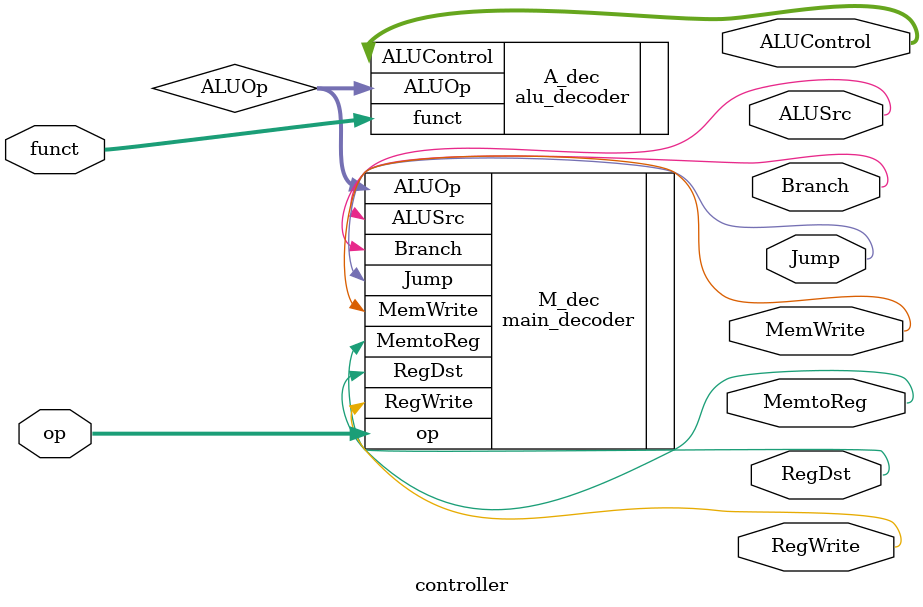
<source format=v>
`timescale 1ns / 1ps


module controller(
    input wire [5:0] op,
    input wire [5:0] funct,
    output wire [2:0] ALUControl, 
    output wire RegDst, Branch, MemtoReg, MemWrite, ALUSrc, RegWrite, Jump
    );
    wire [1:0] ALUOp;
    main_decoder M_dec(
        .op(op),
        .ALUOp(ALUOp),
        .RegDst(RegDst),
        .Branch(Branch),
        .MemtoReg(MemtoReg), 
        .MemWrite(MemWrite), 
        .ALUSrc(ALUSrc), 
        .RegWrite(RegWrite),
        .Jump(Jump)
        );
    alu_decoder A_dec(
        .ALUOp(ALUOp),
        .funct(funct),
        .ALUControl(ALUControl)
    );
endmodule

</source>
